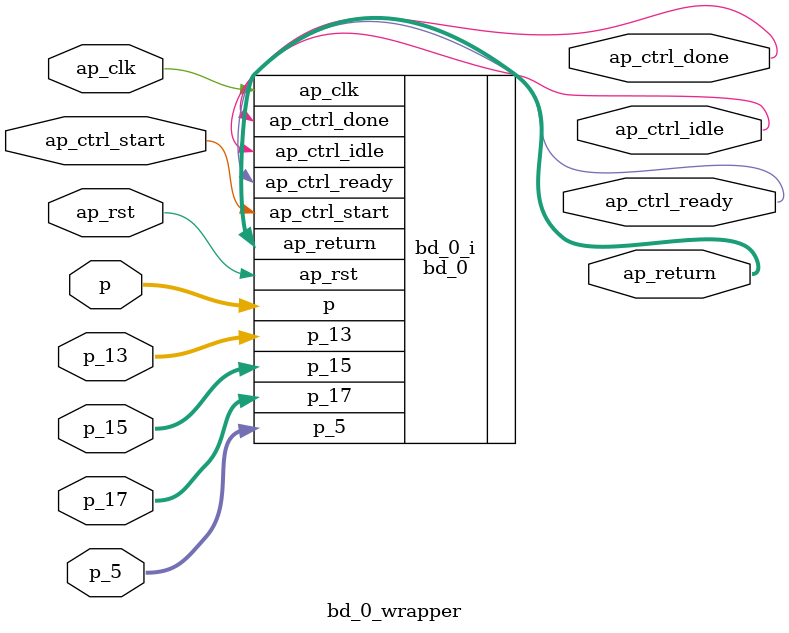
<source format=v>
`timescale 1 ps / 1 ps

module bd_0_wrapper
   (ap_clk,
    ap_ctrl_done,
    ap_ctrl_idle,
    ap_ctrl_ready,
    ap_ctrl_start,
    ap_return,
    ap_rst,
    p,
    p_13,
    p_15,
    p_17,
    p_5);
  input ap_clk;
  output ap_ctrl_done;
  output ap_ctrl_idle;
  output ap_ctrl_ready;
  input ap_ctrl_start;
  output [7:0]ap_return;
  input ap_rst;
  input [63:0]p;
  input [63:0]p_13;
  input [63:0]p_15;
  input [15:0]p_17;
  input [63:0]p_5;

  wire ap_clk;
  wire ap_ctrl_done;
  wire ap_ctrl_idle;
  wire ap_ctrl_ready;
  wire ap_ctrl_start;
  wire [7:0]ap_return;
  wire ap_rst;
  wire [63:0]p;
  wire [63:0]p_13;
  wire [63:0]p_15;
  wire [15:0]p_17;
  wire [63:0]p_5;

  bd_0 bd_0_i
       (.ap_clk(ap_clk),
        .ap_ctrl_done(ap_ctrl_done),
        .ap_ctrl_idle(ap_ctrl_idle),
        .ap_ctrl_ready(ap_ctrl_ready),
        .ap_ctrl_start(ap_ctrl_start),
        .ap_return(ap_return),
        .ap_rst(ap_rst),
        .p(p),
        .p_13(p_13),
        .p_15(p_15),
        .p_17(p_17),
        .p_5(p_5));
endmodule

</source>
